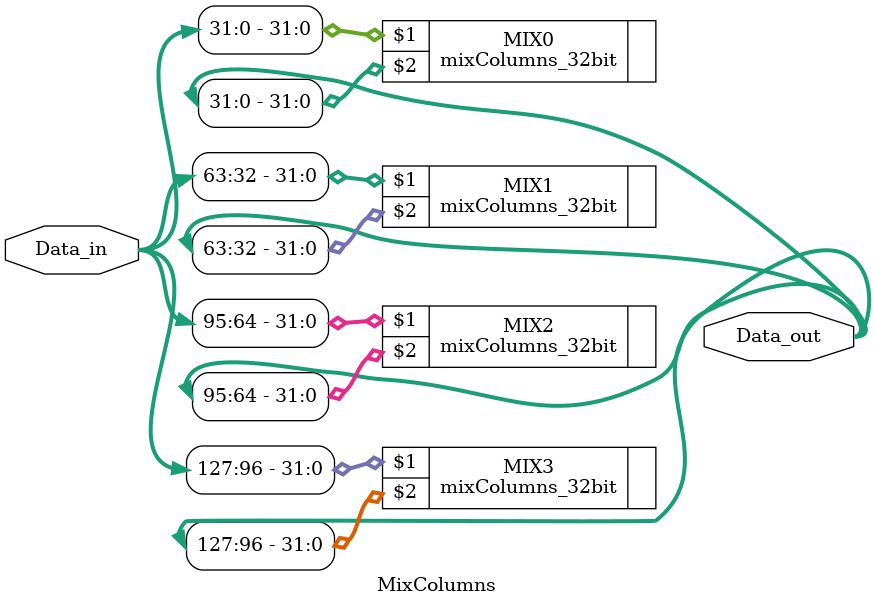
<source format=v>


module MixColumns(
    input [127:0] Data_in,
	output[127:0] Data_out
);
    mixColumns_32bit MIX0 (Data_in[31:0], Data_out[31:0]);
    mixColumns_32bit MIX1 (Data_in[63:32], Data_out[63:32]);
    mixColumns_32bit MIX2 (Data_in[95:64], Data_out[95:64]);
    mixColumns_32bit MIX3 (Data_in[127:96], Data_out[127:96]);

endmodule

</source>
